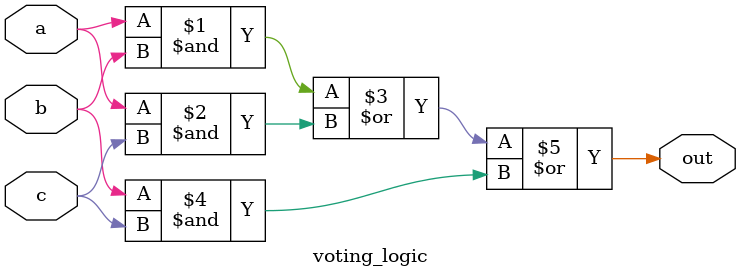
<source format=v>
module voting_logic(a,b,c,out);


input a,b,c;
output out;

assign out=(a&b) | (a&c) | (b&c);

endmodule

</source>
